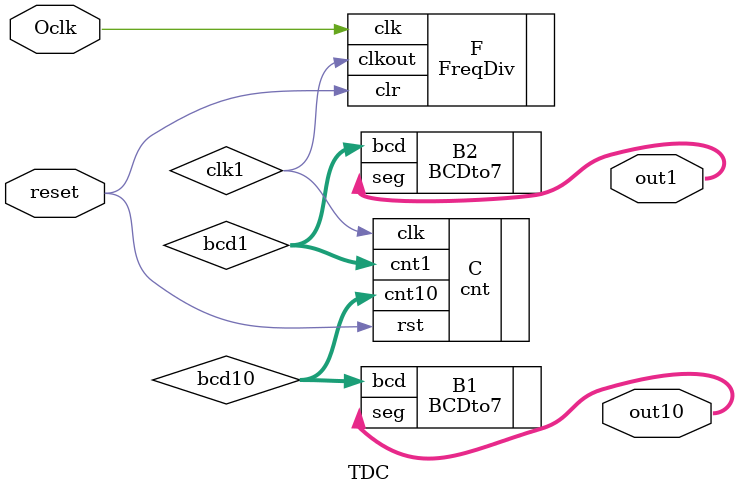
<source format=v>
`timescale 1ns / 1ps
module TDC(
    input Oclk,
    input reset,
    output [6:0] out10,
	 output [6:0] out1
    );
	 
	 wire clk1;//1HZ
	 wire [3:0] bcd10;
	 wire [3:0] bcd1;

	 FreqDiv F(.clr(reset),.clk(Oclk),.clkout(clk1));
	 cnt C(.clk(clk1),.rst(reset),.cnt10(bcd10),.cnt1(bcd1));
	 
	 BCDto7 B1(.bcd(bcd10),.seg(out10));
	 BCDto7 B2(.bcd(bcd1),.seg(out1));
	
endmodule

</source>
